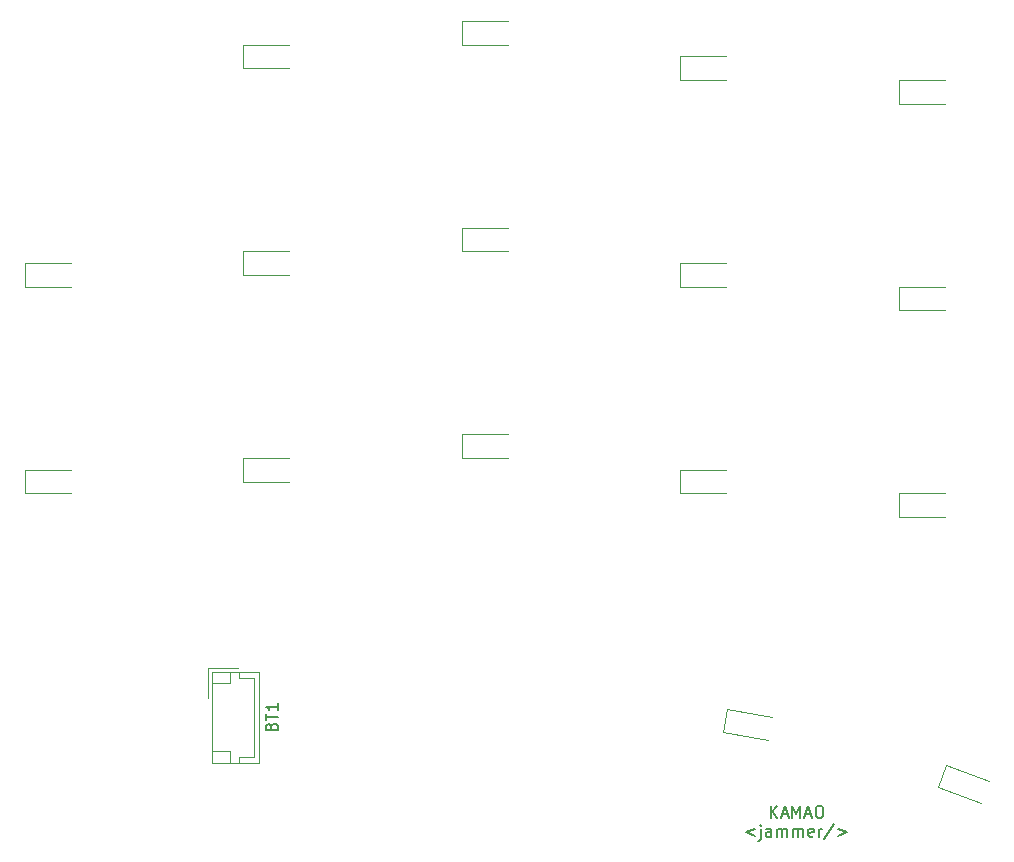
<source format=gbr>
%TF.GenerationSoftware,KiCad,Pcbnew,(6.0.7-1)-1*%
%TF.CreationDate,2022-10-31T22:34:26+08:00*%
%TF.ProjectId,kamao,6b616d61-6f2e-46b6-9963-61645f706362,rev?*%
%TF.SameCoordinates,Original*%
%TF.FileFunction,Legend,Top*%
%TF.FilePolarity,Positive*%
%FSLAX46Y46*%
G04 Gerber Fmt 4.6, Leading zero omitted, Abs format (unit mm)*
G04 Created by KiCad (PCBNEW (6.0.7-1)-1) date 2022-10-31 22:34:26*
%MOMM*%
%LPD*%
G01*
G04 APERTURE LIST*
%ADD10C,0.150000*%
%ADD11C,0.120000*%
G04 APERTURE END LIST*
D10*
X59385714Y383552619D02*
X59385714Y384552619D01*
X59957142Y383552619D02*
X59528571Y384124047D01*
X59957142Y384552619D02*
X59385714Y383981190D01*
X60338095Y383838333D02*
X60814285Y383838333D01*
X60242857Y383552619D02*
X60576190Y384552619D01*
X60909523Y383552619D01*
X61242857Y383552619D02*
X61242857Y384552619D01*
X61576190Y383838333D01*
X61909523Y384552619D01*
X61909523Y383552619D01*
X62338095Y383838333D02*
X62814285Y383838333D01*
X62242857Y383552619D02*
X62576190Y384552619D01*
X62909523Y383552619D01*
X63433333Y384552619D02*
X63623809Y384552619D01*
X63719047Y384505000D01*
X63814285Y384409761D01*
X63861904Y384219285D01*
X63861904Y383885952D01*
X63814285Y383695476D01*
X63719047Y383600238D01*
X63623809Y383552619D01*
X63433333Y383552619D01*
X63338095Y383600238D01*
X63242857Y383695476D01*
X63195238Y383885952D01*
X63195238Y384219285D01*
X63242857Y384409761D01*
X63338095Y384505000D01*
X63433333Y384552619D01*
X58076190Y382609285D02*
X57314285Y382323571D01*
X58076190Y382037857D01*
X58552380Y382609285D02*
X58552380Y381752142D01*
X58504761Y381656904D01*
X58409523Y381609285D01*
X58361904Y381609285D01*
X58552380Y382942619D02*
X58504761Y382895000D01*
X58552380Y382847380D01*
X58600000Y382895000D01*
X58552380Y382942619D01*
X58552380Y382847380D01*
X59457142Y381942619D02*
X59457142Y382466428D01*
X59409523Y382561666D01*
X59314285Y382609285D01*
X59123809Y382609285D01*
X59028571Y382561666D01*
X59457142Y381990238D02*
X59361904Y381942619D01*
X59123809Y381942619D01*
X59028571Y381990238D01*
X58980952Y382085476D01*
X58980952Y382180714D01*
X59028571Y382275952D01*
X59123809Y382323571D01*
X59361904Y382323571D01*
X59457142Y382371190D01*
X59933333Y381942619D02*
X59933333Y382609285D01*
X59933333Y382514047D02*
X59980952Y382561666D01*
X60076190Y382609285D01*
X60219047Y382609285D01*
X60314285Y382561666D01*
X60361904Y382466428D01*
X60361904Y381942619D01*
X60361904Y382466428D02*
X60409523Y382561666D01*
X60504761Y382609285D01*
X60647619Y382609285D01*
X60742857Y382561666D01*
X60790476Y382466428D01*
X60790476Y381942619D01*
X61266666Y381942619D02*
X61266666Y382609285D01*
X61266666Y382514047D02*
X61314285Y382561666D01*
X61409523Y382609285D01*
X61552380Y382609285D01*
X61647619Y382561666D01*
X61695238Y382466428D01*
X61695238Y381942619D01*
X61695238Y382466428D02*
X61742857Y382561666D01*
X61838095Y382609285D01*
X61980952Y382609285D01*
X62076190Y382561666D01*
X62123809Y382466428D01*
X62123809Y381942619D01*
X62980952Y381990238D02*
X62885714Y381942619D01*
X62695238Y381942619D01*
X62600000Y381990238D01*
X62552380Y382085476D01*
X62552380Y382466428D01*
X62600000Y382561666D01*
X62695238Y382609285D01*
X62885714Y382609285D01*
X62980952Y382561666D01*
X63028571Y382466428D01*
X63028571Y382371190D01*
X62552380Y382275952D01*
X63457142Y381942619D02*
X63457142Y382609285D01*
X63457142Y382418809D02*
X63504761Y382514047D01*
X63552380Y382561666D01*
X63647619Y382609285D01*
X63742857Y382609285D01*
X64790476Y382990238D02*
X63933333Y381704523D01*
X65123809Y382609285D02*
X65885714Y382323571D01*
X65123809Y382037857D01*
%TO.C,BT1*%
X17128571Y391264285D02*
X17176190Y391407142D01*
X17223809Y391454761D01*
X17319047Y391502380D01*
X17461904Y391502380D01*
X17557142Y391454761D01*
X17604761Y391407142D01*
X17652380Y391311904D01*
X17652380Y390930952D01*
X16652380Y390930952D01*
X16652380Y391264285D01*
X16700000Y391359523D01*
X16747619Y391407142D01*
X16842857Y391454761D01*
X16938095Y391454761D01*
X17033333Y391407142D01*
X17080952Y391359523D01*
X17128571Y391264285D01*
X17128571Y390930952D01*
X16652380Y391788095D02*
X16652380Y392359523D01*
X17652380Y392073809D02*
X16652380Y392073809D01*
X17652380Y393216666D02*
X17652380Y392645238D01*
X17652380Y392930952D02*
X16652380Y392930952D01*
X16795238Y392835714D01*
X16890476Y392740476D01*
X16938095Y392645238D01*
D11*
%TO.C,K2*%
X-3750000Y428500000D02*
X150000Y428500000D01*
X-3750000Y430500000D02*
X150000Y430500000D01*
X-3750000Y430500000D02*
X-3750000Y428500000D01*
%TO.C,K8*%
X70250000Y411000000D02*
X70250000Y409000000D01*
X70250000Y411000000D02*
X74150000Y411000000D01*
X70250000Y409000000D02*
X74150000Y409000000D01*
%TO.C,K4*%
X14750000Y429500000D02*
X18650000Y429500000D01*
X14750000Y431500000D02*
X18650000Y431500000D01*
X14750000Y431500000D02*
X14750000Y429500000D01*
%TO.C,BT1*%
X12090000Y395910000D02*
X12090000Y388190000D01*
X13590000Y388190000D02*
X13590000Y389190000D01*
X16110000Y395910000D02*
X12090000Y395910000D01*
X13590000Y389190000D02*
X12090000Y389190000D01*
X12090000Y388190000D02*
X16110000Y388190000D01*
X14400000Y388690000D02*
X14400000Y388190000D01*
X15610000Y395410000D02*
X15610000Y388690000D01*
X14290000Y396210000D02*
X11790000Y396210000D01*
X15610000Y388690000D02*
X14400000Y388690000D01*
X11790000Y396210000D02*
X11790000Y393710000D01*
X16110000Y388190000D02*
X16110000Y395910000D01*
X14400000Y395910000D02*
X14400000Y395410000D01*
X13590000Y395910000D02*
X13590000Y394910000D01*
X13590000Y394910000D02*
X12090000Y394910000D01*
X14400000Y395410000D02*
X15610000Y395410000D01*
%TO.C,K6*%
X70250000Y428500000D02*
X70250000Y426500000D01*
X70250000Y428500000D02*
X74150000Y428500000D01*
X70250000Y426500000D02*
X74150000Y426500000D01*
%TO.C,K3*%
X-3750000Y413000000D02*
X-3750000Y411000000D01*
X-3750000Y413000000D02*
X150000Y413000000D01*
X-3750000Y411000000D02*
X150000Y411000000D01*
%TO.C,K12*%
X14750000Y414000000D02*
X14750000Y412000000D01*
X14750000Y414000000D02*
X18650000Y414000000D01*
X14750000Y412000000D02*
X18650000Y412000000D01*
%TO.C,K7*%
X73543671Y386129853D02*
X77208473Y384795974D01*
X74227712Y388009238D02*
X73543671Y386129853D01*
X74227712Y388009238D02*
X77892513Y386675359D01*
%TO.C,K15*%
X33250000Y416000000D02*
X33250000Y414000000D01*
X33250000Y416000000D02*
X37150000Y416000000D01*
X33250000Y414000000D02*
X37150000Y414000000D01*
%TO.C,K16*%
X51750000Y411000000D02*
X55650000Y411000000D01*
X51750000Y413000000D02*
X55650000Y413000000D01*
X51750000Y413000000D02*
X51750000Y411000000D01*
%TO.C,K9*%
X33250000Y449000000D02*
X37150000Y449000000D01*
X33250000Y451000000D02*
X37150000Y451000000D01*
X33250000Y451000000D02*
X33250000Y449000000D01*
%TO.C,K14*%
X51750000Y430500000D02*
X51750000Y428500000D01*
X51750000Y428500000D02*
X55650000Y428500000D01*
X51750000Y430500000D02*
X55650000Y430500000D01*
%TO.C,K11*%
X55676415Y392743881D02*
X59517165Y392066653D01*
X55676415Y392743881D02*
X55329118Y390774266D01*
X55329118Y390774266D02*
X59169869Y390097038D01*
%TO.C,K10*%
X33250000Y433500000D02*
X33250000Y431500000D01*
X33250000Y433500000D02*
X37150000Y433500000D01*
X33250000Y431500000D02*
X37150000Y431500000D01*
%TO.C,K5*%
X70250000Y446000000D02*
X74150000Y446000000D01*
X70250000Y446000000D02*
X70250000Y444000000D01*
X70250000Y444000000D02*
X74150000Y444000000D01*
%TO.C,K13*%
X51750000Y446000000D02*
X55650000Y446000000D01*
X51750000Y448000000D02*
X55650000Y448000000D01*
X51750000Y448000000D02*
X51750000Y446000000D01*
%TO.C,K1*%
X14750000Y447000000D02*
X18650000Y447000000D01*
X14750000Y449000000D02*
X18650000Y449000000D01*
X14750000Y449000000D02*
X14750000Y447000000D01*
%TD*%
M02*

</source>
